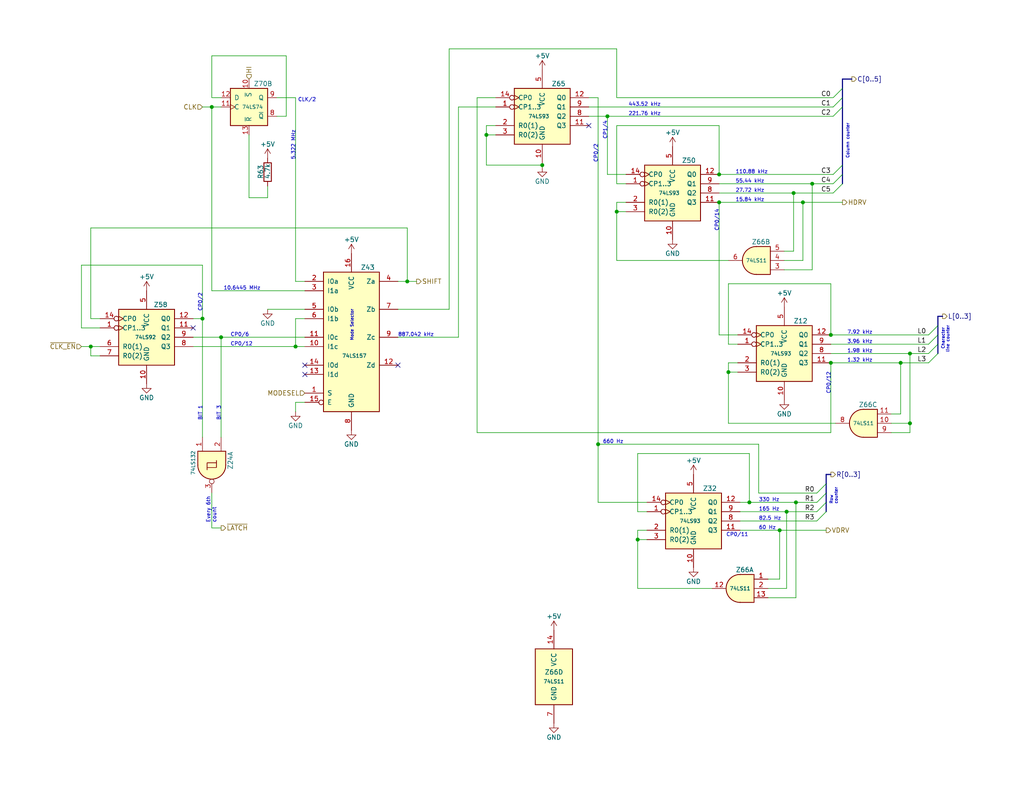
<source format=kicad_sch>
(kicad_sch (version 20231120) (generator "eeschema") (generator_version "8.0")
  (paper "USLetter")
  (title_block (title "TRS-80 Model I Rev G") (date "2024-11-29") (rev "E1C") (company "RetroStack - Marcel Erz") (comment 2 "Clock divider, video mode multiplexer, counters for columns, rows, and character lines") (comment 4 "Video Counter"))
  (lib_symbols
    (symbol "74xx:74LS11" (pin_names (offset 1.016))
      (property "Reference" "U" (at 0 1.27 0))
      (property "Value" "74LS11" (at 0 -1.27 0))
      (symbol "74LS11_1_1"
        (arc (start 0 -3.81) (mid 3.7934 0) (end 0 3.81) (stroke (width 0.254)) (fill (type background)))
        (polyline (pts (xy 0 3.81) (xy -3.81 3.81) (xy -3.81 -3.81) (xy 0 -3.81)) (stroke (width 0.254)) (fill (type background)))
        (pin input line (at -7.62 2.54 0) (length 3.81) (name "~") (number "1"))
        (pin output line (at 7.62 0 180) (length 3.81) (name "~") (number "12"))
        (pin input line (at -7.62 -2.54 0) (length 3.81) (name "~") (number "13"))
        (pin input line (at -7.62 0 0) (length 3.81) (name "~") (number "2"))
      )
      (symbol "74LS11_1_2"
        (arc (start -3.81 -3.81) (mid -2.589 0) (end -3.81 3.81) (stroke (width 0.254)))
        (arc (start -0.6096 -3.81) (mid 2.1842 -2.5851) (end 3.81 0) (stroke (width 0.254)) (fill (type background)))
        (polyline (pts (xy -3.81 -3.81) (xy -0.635 -3.81)) (stroke (width 0.254)) (fill (type background)))
        (polyline (pts (xy -3.81 3.81) (xy -0.635 3.81)) (stroke (width 0.254)) (fill (type background)))
        (polyline (pts (xy -0.635 3.81) (xy -3.81 3.81) (xy -3.81 3.81) (xy -3.556 3.4036) (xy -3.0226 2.2606) (xy -2.6924 1.0414) (xy -2.6162 -0.254) (xy -2.7686 -1.4986) (xy -3.175 -2.7178) (xy -3.81 -3.81) (xy -3.81 -3.81) (xy -0.635 -3.81)) (stroke (width -25.4)) (fill (type background)))
        (arc (start 3.81 0) (mid 2.1915 2.5936) (end -0.6096 3.81) (stroke (width 0.254)) (fill (type background)))
        (pin input inverted (at -7.62 2.54 0) (length 4.318) (name "~") (number "1"))
        (pin output inverted (at 7.62 0 180) (length 3.81) (name "~") (number "12"))
        (pin input inverted (at -7.62 -2.54 0) (length 4.318) (name "~") (number "13"))
        (pin input inverted (at -7.62 0 0) (length 4.953) (name "~") (number "2"))
      )
      (symbol "74LS11_2_1"
        (arc (start 0 -3.81) (mid 3.7934 0) (end 0 3.81) (stroke (width 0.254)) (fill (type background)))
        (polyline (pts (xy 0 3.81) (xy -3.81 3.81) (xy -3.81 -3.81) (xy 0 -3.81)) (stroke (width 0.254)) (fill (type background)))
        (pin input line (at -7.62 2.54 0) (length 3.81) (name "~") (number "3"))
        (pin input line (at -7.62 0 0) (length 3.81) (name "~") (number "4"))
        (pin input line (at -7.62 -2.54 0) (length 3.81) (name "~") (number "5"))
        (pin output line (at 7.62 0 180) (length 3.81) (name "~") (number "6"))
      )
      (symbol "74LS11_2_2"
        (arc (start -3.81 -3.81) (mid -2.589 0) (end -3.81 3.81) (stroke (width 0.254)))
        (arc (start -0.6096 -3.81) (mid 2.1842 -2.5851) (end 3.81 0) (stroke (width 0.254)) (fill (type background)))
        (polyline (pts (xy -3.81 -3.81) (xy -0.635 -3.81)) (stroke (width 0.254)) (fill (type background)))
        (polyline (pts (xy -3.81 3.81) (xy -0.635 3.81)) (stroke (width 0.254)) (fill (type background)))
        (polyline (pts (xy -0.635 3.81) (xy -3.81 3.81) (xy -3.81 3.81) (xy -3.556 3.4036) (xy -3.0226 2.2606) (xy -2.6924 1.0414) (xy -2.6162 -0.254) (xy -2.7686 -1.4986) (xy -3.175 -2.7178) (xy -3.81 -3.81) (xy -3.81 -3.81) (xy -0.635 -3.81)) (stroke (width -25.4)) (fill (type background)))
        (arc (start 3.81 0) (mid 2.1915 2.5936) (end -0.6096 3.81) (stroke (width 0.254)) (fill (type background)))
        (pin input inverted (at -7.62 2.54 0) (length 4.318) (name "~") (number "3"))
        (pin input inverted (at -7.62 0 0) (length 4.953) (name "~") (number "4"))
        (pin input inverted (at -7.62 -2.54 0) (length 4.318) (name "~") (number "5"))
        (pin output inverted (at 7.62 0 180) (length 3.81) (name "~") (number "6"))
      )
      (symbol "74LS11_3_1"
        (arc (start 0 -3.81) (mid 3.7934 0) (end 0 3.81) (stroke (width 0.254)) (fill (type background)))
        (polyline (pts (xy 0 3.81) (xy -3.81 3.81) (xy -3.81 -3.81) (xy 0 -3.81)) (stroke (width 0.254)) (fill (type background)))
        (pin input line (at -7.62 0 0) (length 3.81) (name "~") (number "10"))
        (pin input line (at -7.62 -2.54 0) (length 3.81) (name "~") (number "11"))
        (pin output line (at 7.62 0 180) (length 3.81) (name "~") (number "8"))
        (pin input line (at -7.62 2.54 0) (length 3.81) (name "~") (number "9"))
      )
      (symbol "74LS11_3_2"
        (arc (start -3.81 -3.81) (mid -2.589 0) (end -3.81 3.81) (stroke (width 0.254)))
        (arc (start -0.6096 -3.81) (mid 2.1842 -2.5851) (end 3.81 0) (stroke (width 0.254)) (fill (type background)))
        (polyline (pts (xy -3.81 -3.81) (xy -0.635 -3.81)) (stroke (width 0.254)) (fill (type background)))
        (polyline (pts (xy -3.81 3.81) (xy -0.635 3.81)) (stroke (width 0.254)) (fill (type background)))
        (polyline (pts (xy -0.635 3.81) (xy -3.81 3.81) (xy -3.81 3.81) (xy -3.556 3.4036) (xy -3.0226 2.2606) (xy -2.6924 1.0414) (xy -2.6162 -0.254) (xy -2.7686 -1.4986) (xy -3.175 -2.7178) (xy -3.81 -3.81) (xy -3.81 -3.81) (xy -0.635 -3.81)) (stroke (width -25.4)) (fill (type background)))
        (arc (start 3.81 0) (mid 2.1915 2.5936) (end -0.6096 3.81) (stroke (width 0.254)) (fill (type background)))
        (pin input inverted (at -7.62 0 0) (length 4.953) (name "~") (number "10"))
        (pin input inverted (at -7.62 -2.54 0) (length 4.318) (name "~") (number "11"))
        (pin output inverted (at 7.62 0 180) (length 3.81) (name "~") (number "8"))
        (pin input inverted (at -7.62 2.54 0) (length 4.318) (name "~") (number "9"))
      )
      (symbol "74LS11_4_0"
        (pin power_in line (at 0 12.7 270) (length 5.08) (name "VCC") (number "14"))
        (pin power_in line (at 0 -12.7 90) (length 5.08) (name "GND") (number "7"))
      )
      (symbol "74LS11_4_1"
        (rectangle (start -5.08 7.62) (end 5.08 -7.62) (stroke (width 0.254)) (fill (type background)))
      )
    )
    (symbol "74xx:74LS132" (pin_names (offset 1.016))
      (property "Reference" "U" (at 0 1.27 0))
      (property "Value" "74LS132" (at 0 -1.27 0))
      (symbol "74LS132_1_0"
        (polyline (pts (xy -0.635 -1.27) (xy -0.635 1.27) (xy 0.635 1.27)))
        (polyline (pts (xy -0.635 -1.27) (xy -0.635 1.27) (xy 0.635 1.27)))
        (polyline (pts (xy -1.27 -1.27) (xy 0.635 -1.27) (xy 0.635 1.27) (xy 1.27 1.27)))
        (polyline (pts (xy -1.27 -1.27) (xy 0.635 -1.27) (xy 0.635 1.27) (xy 1.27 1.27)))
      )
      (symbol "74LS132_1_1"
        (arc (start 0 -3.81) (mid 3.7934 0) (end 0 3.81) (stroke (width 0.254)) (fill (type background)))
        (polyline (pts (xy 0 3.81) (xy -3.81 3.81) (xy -3.81 -3.81) (xy 0 -3.81)) (stroke (width 0.254)) (fill (type background)))
        (pin input line (at -7.62 2.54 0) (length 3.81) (name "~") (number "1"))
        (pin input line (at -7.62 -2.54 0) (length 3.81) (name "~") (number "2"))
        (pin output inverted (at 7.62 0 180) (length 3.81) (name "~") (number "3"))
      )
      (symbol "74LS132_1_2"
        (arc (start -3.81 -3.81) (mid -2.589 0) (end -3.81 3.81) (stroke (width 0.254)))
        (arc (start -0.6096 -3.81) (mid 2.1842 -2.5851) (end 3.81 0) (stroke (width 0.254)) (fill (type background)))
        (polyline (pts (xy -3.81 -3.81) (xy -0.635 -3.81)) (stroke (width 0.254)) (fill (type background)))
        (polyline (pts (xy -3.81 3.81) (xy -0.635 3.81)) (stroke (width 0.254)) (fill (type background)))
        (polyline (pts (xy -0.635 3.81) (xy -3.81 3.81) (xy -3.81 3.81) (xy -3.556 3.4036) (xy -3.0226 2.2606) (xy -2.6924 1.0414) (xy -2.6162 -0.254) (xy -2.7686 -1.4986) (xy -3.175 -2.7178) (xy -3.81 -3.81) (xy -3.81 -3.81) (xy -0.635 -3.81)) (stroke (width -25.4)) (fill (type background)))
        (arc (start 3.81 0) (mid 2.1915 2.5936) (end -0.6096 3.81) (stroke (width 0.254)) (fill (type background)))
        (pin input inverted (at -7.62 2.54 0) (length 4.318) (name "~") (number "1"))
        (pin input inverted (at -7.62 -2.54 0) (length 4.318) (name "~") (number "2"))
        (pin output line (at 7.62 0 180) (length 3.81) (name "~") (number "3"))
      )
      (symbol "74LS132_2_0"
        (polyline (pts (xy -0.635 -1.27) (xy -0.635 1.27) (xy 0.635 1.27)))
        (polyline (pts (xy -0.635 -1.27) (xy -0.635 1.27) (xy 0.635 1.27)))
        (polyline (pts (xy -1.27 -1.27) (xy 0.635 -1.27) (xy 0.635 1.27) (xy 1.27 1.27)))
        (polyline (pts (xy -1.27 -1.27) (xy 0.635 -1.27) (xy 0.635 1.27) (xy 1.27 1.27)))
      )
      (symbol "74LS132_2_1"
        (arc (start 0 -3.81) (mid 3.7934 0) (end 0 3.81) (stroke (width 0.254)) (fill (type background)))
        (polyline (pts (xy 0 3.81) (xy -3.81 3.81) (xy -3.81 -3.81) (xy 0 -3.81)) (stroke (width 0.254)) (fill (type background)))
        (pin input line (at -7.62 2.54 0) (length 3.81) (name "~") (number "4"))
        (pin input line (at -7.62 -2.54 0) (length 3.81) (name "~") (number "5"))
        (pin output inverted (at 7.62 0 180) (length 3.81) (name "~") (number "6"))
      )
      (symbol "74LS132_2_2"
        (arc (start -3.81 -3.81) (mid -2.589 0) (end -3.81 3.81) (stroke (width 0.254)))
        (arc (start -0.6096 -3.81) (mid 2.1842 -2.5851) (end 3.81 0) (stroke (width 0.254)) (fill (type background)))
        (polyline (pts (xy -3.81 -3.81) (xy -0.635 -3.81)) (stroke (width 0.254)) (fill (type background)))
        (polyline (pts (xy -3.81 3.81) (xy -0.635 3.81)) (stroke (width 0.254)) (fill (type background)))
        (polyline (pts (xy -0.635 3.81) (xy -3.81 3.81) (xy -3.81 3.81) (xy -3.556 3.4036) (xy -3.0226 2.2606) (xy -2.6924 1.0414) (xy -2.6162 -0.254) (xy -2.7686 -1.4986) (xy -3.175 -2.7178) (xy -3.81 -3.81) (xy -3.81 -3.81) (xy -0.635 -3.81)) (stroke (width -25.4)) (fill (type background)))
        (arc (start 3.81 0) (mid 2.1915 2.5936) (end -0.6096 3.81) (stroke (width 0.254)) (fill (type background)))
        (pin input inverted (at -7.62 2.54 0) (length 4.318) (name "~") (number "4"))
        (pin input inverted (at -7.62 -2.54 0) (length 4.318) (name "~") (number "5"))
        (pin output line (at 7.62 0 180) (length 3.81) (name "~") (number "6"))
      )
      (symbol "74LS132_3_0"
        (polyline (pts (xy -0.635 -1.27) (xy -0.635 1.27) (xy 0.635 1.27)))
        (polyline (pts (xy -0.635 -1.27) (xy -0.635 1.27) (xy 0.635 1.27)))
        (polyline (pts (xy -1.27 -1.27) (xy 0.635 -1.27) (xy 0.635 1.27) (xy 1.27 1.27)))
        (polyline (pts (xy -1.27 -1.27) (xy 0.635 -1.27) (xy 0.635 1.27) (xy 1.27 1.27)))
      )
      (symbol "74LS132_3_1"
        (arc (start 0 -3.81) (mid 3.7934 0) (end 0 3.81) (stroke (width 0.254)) (fill (type background)))
        (polyline (pts (xy 0 3.81) (xy -3.81 3.81) (xy -3.81 -3.81) (xy 0 -3.81)) (stroke (width 0.254)) (fill (type background)))
        (pin input line (at -7.62 -2.54 0) (length 3.81) (name "~") (number "10"))
        (pin output inverted (at 7.62 0 180) (length 3.81) (name "~") (number "8"))
        (pin input line (at -7.62 2.54 0) (length 3.81) (name "~") (number "9"))
      )
      (symbol "74LS132_3_2"
        (arc (start -3.81 -3.81) (mid -2.589 0) (end -3.81 3.81) (stroke (width 0.254)))
        (arc (start -0.6096 -3.81) (mid 2.1842 -2.5851) (end 3.81 0) (stroke (width 0.254)) (fill (type background)))
        (polyline (pts (xy -3.81 -3.81) (xy -0.635 -3.81)) (stroke (width 0.254)) (fill (type background)))
        (polyline (pts (xy -3.81 3.81) (xy -0.635 3.81)) (stroke (width 0.254)) (fill (type background)))
        (polyline (pts (xy -0.635 3.81) (xy -3.81 3.81) (xy -3.81 3.81) (xy -3.556 3.4036) (xy -3.0226 2.2606) (xy -2.6924 1.0414) (xy -2.6162 -0.254) (xy -2.7686 -1.4986) (xy -3.175 -2.7178) (xy -3.81 -3.81) (xy -3.81 -3.81) (xy -0.635 -3.81)) (stroke (width -25.4)) (fill (type background)))
        (arc (start 3.81 0) (mid 2.1915 2.5936) (end -0.6096 3.81) (stroke (width 0.254)) (fill (type background)))
        (pin input inverted (at -7.62 -2.54 0) (length 4.318) (name "~") (number "10"))
        (pin output line (at 7.62 0 180) (length 3.81) (name "~") (number "8"))
        (pin input inverted (at -7.62 2.54 0) (length 4.318) (name "~") (number "9"))
      )
      (symbol "74LS132_4_0"
        (polyline (pts (xy -0.635 -1.27) (xy -0.635 1.27) (xy 0.635 1.27)))
        (polyline (pts (xy -0.635 -1.27) (xy -0.635 1.27) (xy 0.635 1.27)))
        (polyline (pts (xy -1.27 -1.27) (xy 0.635 -1.27) (xy 0.635 1.27) (xy 1.27 1.27)))
        (polyline (pts (xy -1.27 -1.27) (xy 0.635 -1.27) (xy 0.635 1.27) (xy 1.27 1.27)))
      )
      (symbol "74LS132_4_1"
        (arc (start 0 -3.81) (mid 3.7934 0) (end 0 3.81) (stroke (width 0.254)) (fill (type background)))
        (polyline (pts (xy 0 3.81) (xy -3.81 3.81) (xy -3.81 -3.81) (xy 0 -3.81)) (stroke (width 0.254)) (fill (type background)))
        (pin output inverted (at 7.62 0 180) (length 3.81) (name "~") (number "11"))
        (pin input line (at -7.62 2.54 0) (length 3.81) (name "~") (number "12"))
        (pin input line (at -7.62 -2.54 0) (length 3.81) (name "~") (number "13"))
      )
      (symbol "74LS132_4_2"
        (arc (start -3.81 -3.81) (mid -2.589 0) (end -3.81 3.81) (stroke (width 0.254)))
        (arc (start -0.6096 -3.81) (mid 2.1842 -2.5851) (end 3.81 0) (stroke (width 0.254)) (fill (type background)))
        (polyline (pts (xy -3.81 -3.81) (xy -0.635 -3.81)) (stroke (width 0.254)) (fill (type background)))
        (polyline (pts (xy -3.81 3.81) (xy -0.635 3.81)) (stroke (width 0.254)) (fill (type background)))
        (polyline (pts (xy -0.635 3.81) (xy -3.81 3.81) (xy -3.81 3.81) (xy -3.556 3.4036) (xy -3.0226 2.2606) (xy -2.6924 1.0414) (xy -2.6162 -0.254) (xy -2.7686 -1.4986) (xy -3.175 -2.7178) (xy -3.81 -3.81) (xy -3.81 -3.81) (xy -0.635 -3.81)) (stroke (width -25.4)) (fill (type background)))
        (arc (start 3.81 0) (mid 2.1915 2.5936) (end -0.6096 3.81) (stroke (width 0.254)) (fill (type background)))
        (pin output line (at 7.62 0 180) (length 3.81) (name "~") (number "11"))
        (pin input inverted (at -7.62 2.54 0) (length 4.318) (name "~") (number "12"))
        (pin input inverted (at -7.62 -2.54 0) (length 4.318) (name "~") (number "13"))
      )
      (symbol "74LS132_5_0"
        (pin power_in line (at 0 12.7 270) (length 5.08) (name "VCC") (number "14"))
        (pin power_in line (at 0 -12.7 90) (length 5.08) (name "GND") (number "7"))
      )
      (symbol "74LS132_5_1"
        (rectangle (start -5.08 7.62) (end 5.08 -7.62) (stroke (width 0.254)) (fill (type background)))
      )
    )
    (symbol "74xx:74LS157" (pin_names (offset 1.016))
      (property "Reference" "U" (at -7.62 19.05 0))
      (property "Value" "74LS157" (at -7.62 -21.59 0))
      (symbol "74LS157_1_0"
        (pin input line (at -12.7 -15.24 0) (length 5.08) (name "S") (number "1"))
        (pin input line (at -12.7 -2.54 0) (length 5.08) (name "I1c") (number "10"))
        (pin input line (at -12.7 0 0) (length 5.08) (name "I0c") (number "11"))
        (pin output line (at 12.7 -7.62 180) (length 5.08) (name "Zd") (number "12"))
        (pin input line (at -12.7 -10.16 0) (length 5.08) (name "I1d") (number "13"))
        (pin input line (at -12.7 -7.62 0) (length 5.08) (name "I0d") (number "14"))
        (pin input inverted (at -12.7 -17.78 0) (length 5.08) (name "E") (number "15"))
        (pin power_in line (at 0 22.86 270) (length 5.08) (name "VCC") (number "16"))
        (pin input line (at -12.7 15.24 0) (length 5.08) (name "I0a") (number "2"))
        (pin input line (at -12.7 12.7 0) (length 5.08) (name "I1a") (number "3"))
        (pin output line (at 12.7 15.24 180) (length 5.08) (name "Za") (number "4"))
        (pin input line (at -12.7 7.62 0) (length 5.08) (name "I0b") (number "5"))
        (pin input line (at -12.7 5.08 0) (length 5.08) (name "I1b") (number "6"))
        (pin output line (at 12.7 7.62 180) (length 5.08) (name "Zb") (number "7"))
        (pin power_in line (at 0 -25.4 90) (length 5.08) (name "GND") (number "8"))
        (pin output line (at 12.7 0 180) (length 5.08) (name "Zc") (number "9"))
      )
      (symbol "74LS157_1_1"
        (rectangle (start -7.62 17.78) (end 7.62 -20.32) (stroke (width 0.254)) (fill (type background)))
      )
    )
    (symbol "74xx:74LS74" (pin_names (offset 1.016))
      (property "Reference" "U" (at -7.62 8.89 0))
      (property "Value" "74LS74" (at -7.62 -8.89 0))
      (symbol "74LS74_1_0"
        (pin input line (at 0 -7.62 90) (length 2.54) (name "~{R}") (number "1"))
        (pin input line (at -7.62 2.54 0) (length 2.54) (name "D") (number "2"))
        (pin input clock (at -7.62 0 0) (length 2.54) (name "C") (number "3"))
        (pin input line (at 0 7.62 270) (length 2.54) (name "~{S}") (number "4"))
        (pin output line (at 7.62 2.54 180) (length 2.54) (name "Q") (number "5"))
        (pin output line (at 7.62 -2.54 180) (length 2.54) (name "~{Q}") (number "6"))
      )
      (symbol "74LS74_1_1"
        (rectangle (start -5.08 5.08) (end 5.08 -5.08) (stroke (width 0.254)) (fill (type background)))
      )
      (symbol "74LS74_2_0"
        (pin input line (at 0 7.62 270) (length 2.54) (name "~{S}") (number "10"))
        (pin input clock (at -7.62 0 0) (length 2.54) (name "C") (number "11"))
        (pin input line (at -7.62 2.54 0) (length 2.54) (name "D") (number "12"))
        (pin input line (at 0 -7.62 90) (length 2.54) (name "~{R}") (number "13"))
        (pin output line (at 7.62 -2.54 180) (length 2.54) (name "~{Q}") (number "8"))
        (pin output line (at 7.62 2.54 180) (length 2.54) (name "Q") (number "9"))
      )
      (symbol "74LS74_2_1"
        (rectangle (start -5.08 5.08) (end 5.08 -5.08) (stroke (width 0.254)) (fill (type background)))
      )
      (symbol "74LS74_3_0"
        (pin power_in line (at 0 10.16 270) (length 2.54) (name "VCC") (number "14"))
        (pin power_in line (at 0 -10.16 90) (length 2.54) (name "GND") (number "7"))
      )
      (symbol "74LS74_3_1"
        (rectangle (start -5.08 7.62) (end 5.08 -7.62) (stroke (width 0.254)) (fill (type background)))
      )
    )
    (symbol "74xx:74LS92" (pin_names (offset 1.016))
      (property "Reference" "U" (at -7.62 8.89 0))
      (property "Value" "74LS92" (at -7.62 -8.89 0))
      (symbol "74LS92_1_0"
        (pin input inverted_clock (at -12.7 2.54 0) (length 5.08) (name "CP1..3") (number "1"))
        (pin power_in line (at 0 -12.7 90) (length 5.08) (name "GND") (number "10"))
        (pin output line (at 12.7 2.54 180) (length 5.08) (name "Q1") (number "11"))
        (pin output line (at 12.7 5.08 180) (length 5.08) (name "Q0") (number "12"))
        (pin input inverted_clock (at -12.7 5.08 0) (length 5.08) (name "CP0") (number "14"))
        (pin power_in line (at 0 12.7 270) (length 5.08) (name "VCC") (number "5"))
        (pin input line (at -12.7 -2.54 0) (length 5.08) (name "R0(1)") (number "6"))
        (pin input line (at -12.7 -5.08 0) (length 5.08) (name "R0(2)") (number "7"))
        (pin output line (at 12.7 -2.54 180) (length 5.08) (name "Q3") (number "8"))
        (pin output line (at 12.7 0 180) (length 5.08) (name "Q2") (number "9"))
      )
      (symbol "74LS92_1_1"
        (rectangle (start -7.62 7.62) (end 7.62 -7.62) (stroke (width 0.254)) (fill (type background)))
      )
    )
    (symbol "74xx:74LS93" (pin_names (offset 1.016))
      (property "Reference" "U" (at -7.62 8.89 0))
      (property "Value" "74LS93" (at -7.62 -8.89 0))
      (symbol "74LS93_1_0"
        (pin input inverted_clock (at -12.7 2.54 0) (length 5.08) (name "CP1..3") (number "1"))
        (pin power_in line (at 0 -12.7 90) (length 5.08) (name "GND") (number "10"))
        (pin output line (at 12.7 -2.54 180) (length 5.08) (name "Q3") (number "11"))
        (pin output line (at 12.7 5.08 180) (length 5.08) (name "Q0") (number "12"))
        (pin input inverted_clock (at -12.7 5.08 0) (length 5.08) (name "CP0") (number "14"))
        (pin input line (at -12.7 -2.54 0) (length 5.08) (name "R0(1)") (number "2"))
        (pin input line (at -12.7 -5.08 0) (length 5.08) (name "R0(2)") (number "3"))
        (pin power_in line (at 0 12.7 270) (length 5.08) (name "VCC") (number "5"))
        (pin output line (at 12.7 0 180) (length 5.08) (name "Q2") (number "8"))
        (pin output line (at 12.7 2.54 180) (length 5.08) (name "Q1") (number "9"))
      )
      (symbol "74LS93_1_1"
        (rectangle (start -7.62 7.62) (end 7.62 -7.62) (stroke (width 0.254)) (fill (type background)))
      )
    )
    (symbol "Device:R" (pin_numbers hide) (pin_names (offset 0))
      (property "Reference" "R" (at 2.032 0 90))
      (property "Value" "R" (at 0 0 90))
      (symbol "R_0_1"
        (rectangle (start -1.016 -2.54) (end 1.016 2.54) (stroke (width 0.254)))
      )
      (symbol "R_1_1"
        (pin passive line (at 0 3.81 270) (length 1.27) (name "~") (number "1"))
        (pin passive line (at 0 -3.81 90) (length 1.27) (name "~") (number "2"))
      )
    )
    (symbol "power:+5V" (power) (pin_names (offset 0))
      (property "Value" "+5V" (at 0 3.556 0))
      (symbol "+5V_0_1"
        (polyline (pts (xy -0.762 1.27) (xy 0 2.54)))
        (polyline (pts (xy 0 0) (xy 0 2.54)))
        (polyline (pts (xy 0 2.54) (xy 0.762 1.27)))
      )
      (symbol "+5V_1_1"
        (pin power_in line (at 0 0 90) (length 0) hide (name "+5V") (number "1"))
      )
    )
    (symbol "power:GND" (power) (pin_names (offset 0))
      (property "Value" "GND" (at 0 -3.81 0))
      (symbol "GND_0_1"
        (polyline (pts (xy 0 0) (xy 0 -1.27) (xy 1.27 -1.27) (xy 0 -2.54) (xy -1.27 -1.27) (xy 0 -1.27)))
      )
      (symbol "GND_1_1"
        (pin power_in line (at 0 0 270) (length 0) hide (name "GND") (number "1"))
      )
    )
  )
  (junction (at 196.215 55.245))
  (junction (at 212.725 144.78))
  (junction (at 219.075 55.245))
  (junction (at 60.325 92.075))
  (junction (at 198.755 101.6))
  (junction (at 132.715 36.83))
  (junction (at 226.695 99.06))
  (junction (at 248.285 115.57))
  (junction (at 80.645 94.615))
  (junction (at 221.615 50.165))
  (junction (at 24.765 94.615))
  (junction (at 214.63 139.7))
  (junction (at 168.275 57.785))
  (junction (at 216.535 52.705))
  (junction (at 147.955 45.085))
  (junction (at 245.745 99.06))
  (junction (at 217.17 137.16))
  (junction (at 55.245 86.995))
  (junction (at 165.735 31.75))
  (junction (at 57.785 29.21))
  (junction (at 248.285 96.52))
  (junction (at 173.99 147.32))
  (junction (at 204.47 137.16))
  (junction (at 226.695 91.44))
  (junction (at 163.195 121.285))
  (junction (at 111.125 76.835))
  (junction (at 196.215 47.625))
  (no_connect (at 160.655 34.29))
  (no_connect (at 83.185 99.695))
  (no_connect (at 52.705 89.535))
  (no_connect (at 108.585 99.695))
  (no_connect (at 83.185 102.235))
  (bus_entry (at 227.33 29.21) (size 2.54 -2.54))
  (bus_entry (at 253.365 93.98) (size 2.54 -2.54))
  (bus_entry (at 227.33 52.705) (size 2.54 -2.54))
  (bus_entry (at 227.33 50.165) (size 2.54 -2.54))
  (bus_entry (at 222.885 142.24) (size 2.54 -2.54))
  (bus_entry (at 227.33 47.625) (size 2.54 -2.54))
  (bus_entry (at 227.33 31.75) (size 2.54 -2.54))
  (bus_entry (at 253.365 91.44) (size 2.54 -2.54))
  (bus_entry (at 222.885 137.16) (size 2.54 -2.54))
  (bus_entry (at 253.365 99.06) (size 2.54 -2.54))
  (bus_entry (at 227.33 26.67) (size 2.54 -2.54))
  (bus_entry (at 253.365 96.52) (size 2.54 -2.54))
  (bus_entry (at 222.885 139.7) (size 2.54 -2.54))
  (bus_entry (at 222.885 134.62) (size 2.54 -2.54))
  (bus (pts (xy 229.87 29.21) (xy 229.87 26.67)))
  (wire (pts (xy 52.705 92.075) (xy 60.325 92.075)))
  (bus (pts (xy 225.425 139.7) (xy 225.425 137.16)))
  (wire (pts (xy 243.205 115.57) (xy 248.285 115.57)))
  (wire (pts (xy 55.245 86.995) (xy 55.245 119.38)))
  (wire (pts (xy 204.47 123.825) (xy 204.47 137.16)))
  (wire (pts (xy 83.185 79.375) (xy 57.785 79.375)))
  (bus (pts (xy 255.905 86.36) (xy 257.175 86.36)))
  (wire (pts (xy 57.785 134.62) (xy 57.785 144.145)))
  (wire (pts (xy 196.215 52.705) (xy 216.535 52.705)))
  (wire (pts (xy 111.125 76.835) (xy 113.665 76.835)))
  (wire (pts (xy 194.31 160.655) (xy 173.99 160.655)))
  (wire (pts (xy 201.93 142.24) (xy 222.885 142.24)))
  (wire (pts (xy 80.645 76.835) (xy 83.185 76.835)))
  (wire (pts (xy 173.99 139.7) (xy 173.99 123.825)))
  (wire (pts (xy 196.215 55.245) (xy 219.075 55.245)))
  (wire (pts (xy 198.755 101.6) (xy 201.295 101.6)))
  (wire (pts (xy 80.645 94.615) (xy 80.645 86.995)))
  (wire (pts (xy 248.285 118.11) (xy 248.285 115.57)))
  (wire (pts (xy 83.185 84.455) (xy 73.025 84.455)))
  (wire (pts (xy 168.275 34.29) (xy 196.215 34.29)))
  (wire (pts (xy 111.125 76.835) (xy 111.125 62.23)))
  (wire (pts (xy 160.655 31.75) (xy 165.735 31.75)))
  (wire (pts (xy 160.655 26.67) (xy 163.195 26.67)))
  (wire (pts (xy 80.645 94.615) (xy 83.185 94.615)))
  (wire (pts (xy 216.535 52.705) (xy 216.535 68.58)))
  (wire (pts (xy 196.215 34.29) (xy 196.215 47.625)))
  (wire (pts (xy 55.245 72.39) (xy 55.245 86.995)))
  (wire (pts (xy 57.785 79.375) (xy 57.785 29.21)))
  (wire (pts (xy 80.645 112.395) (xy 80.645 109.855)))
  (bus (pts (xy 229.87 50.165) (xy 229.87 47.625)))
  (wire (pts (xy 219.075 55.245) (xy 229.87 55.245)))
  (bus (pts (xy 229.87 47.625) (xy 229.87 45.085)))
  (wire (pts (xy 147.955 45.085) (xy 147.955 44.45)))
  (bus (pts (xy 255.905 96.52) (xy 255.905 93.98)))
  (wire (pts (xy 60.325 92.075) (xy 60.325 119.38)))
  (wire (pts (xy 80.645 86.995) (xy 83.185 86.995)))
  (wire (pts (xy 57.785 29.21) (xy 60.325 29.21)))
  (wire (pts (xy 125.095 92.075) (xy 125.095 29.21)))
  (wire (pts (xy 222.885 134.62) (xy 207.01 134.62)))
  (wire (pts (xy 122.555 13.335) (xy 168.275 13.335)))
  (wire (pts (xy 130.175 118.11) (xy 130.175 26.67)))
  (wire (pts (xy 24.765 97.155) (xy 27.305 97.155)))
  (wire (pts (xy 248.285 96.52) (xy 253.365 96.52)))
  (wire (pts (xy 196.215 47.625) (xy 227.33 47.625)))
  (wire (pts (xy 245.745 113.03) (xy 245.745 99.06)))
  (wire (pts (xy 226.695 77.47) (xy 226.695 91.44)))
  (wire (pts (xy 108.585 76.835) (xy 111.125 76.835)))
  (wire (pts (xy 73.025 53.975) (xy 67.945 53.975)))
  (wire (pts (xy 57.785 26.67) (xy 57.785 15.24)))
  (wire (pts (xy 221.615 73.66) (xy 221.615 50.165)))
  (wire (pts (xy 168.275 57.785) (xy 170.815 57.785)))
  (wire (pts (xy 147.955 45.72) (xy 147.955 45.085)))
  (wire (pts (xy 108.585 92.075) (xy 125.095 92.075)))
  (wire (pts (xy 168.275 71.12) (xy 168.275 57.785)))
  (wire (pts (xy 173.99 144.78) (xy 176.53 144.78)))
  (bus (pts (xy 229.87 26.67) (xy 229.87 24.13)))
  (wire (pts (xy 170.815 50.165) (xy 168.275 50.165)))
  (wire (pts (xy 209.55 158.115) (xy 212.725 158.115)))
  (wire (pts (xy 212.725 158.115) (xy 212.725 144.78)))
  (bus (pts (xy 229.87 21.59) (xy 232.41 21.59)))
  (wire (pts (xy 55.245 72.39) (xy 22.225 72.39)))
  (wire (pts (xy 130.175 26.67) (xy 135.255 26.67)))
  (wire (pts (xy 130.175 118.11) (xy 226.695 118.11)))
  (bus (pts (xy 255.905 91.44) (xy 255.905 88.9)))
  (bus (pts (xy 255.905 93.98) (xy 255.905 91.44)))
  (wire (pts (xy 209.55 163.195) (xy 217.17 163.195)))
  (wire (pts (xy 163.195 121.285) (xy 207.01 121.285)))
  (bus (pts (xy 225.425 129.54) (xy 226.695 129.54)))
  (wire (pts (xy 173.99 147.32) (xy 176.53 147.32)))
  (wire (pts (xy 170.815 47.625) (xy 165.735 47.625)))
  (wire (pts (xy 219.075 55.245) (xy 219.075 71.12)))
  (wire (pts (xy 132.715 36.83) (xy 132.715 45.085)))
  (wire (pts (xy 207.01 134.62) (xy 207.01 121.285)))
  (wire (pts (xy 198.755 93.98) (xy 198.755 77.47)))
  (wire (pts (xy 226.695 99.06) (xy 226.695 118.11)))
  (wire (pts (xy 227.965 115.57) (xy 198.755 115.57)))
  (wire (pts (xy 243.205 118.11) (xy 248.285 118.11)))
  (wire (pts (xy 132.715 34.29) (xy 135.255 34.29)))
  (wire (pts (xy 168.275 26.67) (xy 227.33 26.67)))
  (wire (pts (xy 168.275 55.245) (xy 170.815 55.245)))
  (wire (pts (xy 212.725 144.78) (xy 225.425 144.78)))
  (wire (pts (xy 108.585 84.455) (xy 122.555 84.455)))
  (wire (pts (xy 163.195 26.67) (xy 163.195 121.285)))
  (wire (pts (xy 217.17 137.16) (xy 222.885 137.16)))
  (wire (pts (xy 209.55 160.655) (xy 214.63 160.655)))
  (wire (pts (xy 122.555 84.455) (xy 122.555 13.335)))
  (wire (pts (xy 198.755 77.47) (xy 226.695 77.47)))
  (bus (pts (xy 225.425 134.62) (xy 225.425 132.08)))
  (wire (pts (xy 196.215 55.245) (xy 196.215 91.44)))
  (wire (pts (xy 213.995 68.58) (xy 216.535 68.58)))
  (wire (pts (xy 196.215 91.44) (xy 201.295 91.44)))
  (wire (pts (xy 243.205 113.03) (xy 245.745 113.03)))
  (wire (pts (xy 165.735 31.75) (xy 165.735 47.625)))
  (wire (pts (xy 24.765 94.615) (xy 27.305 94.615)))
  (wire (pts (xy 78.105 15.24) (xy 78.105 31.75)))
  (wire (pts (xy 168.275 13.335) (xy 168.275 26.67)))
  (wire (pts (xy 80.645 26.67) (xy 80.645 76.835)))
  (wire (pts (xy 214.63 139.7) (xy 222.885 139.7)))
  (wire (pts (xy 226.695 91.44) (xy 253.365 91.44)))
  (wire (pts (xy 163.195 121.285) (xy 163.195 137.16)))
  (wire (pts (xy 60.325 92.075) (xy 83.185 92.075)))
  (wire (pts (xy 125.095 29.21) (xy 135.255 29.21)))
  (wire (pts (xy 132.715 36.83) (xy 135.255 36.83)))
  (bus (pts (xy 225.425 137.16) (xy 225.425 134.62)))
  (wire (pts (xy 196.215 50.165) (xy 221.615 50.165)))
  (wire (pts (xy 73.025 50.8) (xy 73.025 53.975)))
  (wire (pts (xy 132.715 45.085) (xy 147.955 45.085)))
  (wire (pts (xy 173.99 123.825) (xy 204.47 123.825)))
  (wire (pts (xy 213.995 73.66) (xy 221.615 73.66)))
  (wire (pts (xy 57.785 15.24) (xy 78.105 15.24)))
  (wire (pts (xy 198.755 101.6) (xy 198.755 99.06)))
  (wire (pts (xy 57.785 144.145) (xy 60.325 144.145)))
  (wire (pts (xy 201.93 139.7) (xy 214.63 139.7)))
  (bus (pts (xy 229.87 24.13) (xy 229.87 21.59)))
  (wire (pts (xy 132.715 36.83) (xy 132.715 34.29)))
  (wire (pts (xy 217.17 137.16) (xy 217.17 163.195)))
  (wire (pts (xy 201.295 93.98) (xy 198.755 93.98)))
  (wire (pts (xy 226.695 99.06) (xy 245.745 99.06)))
  (wire (pts (xy 163.195 137.16) (xy 176.53 137.16)))
  (wire (pts (xy 176.53 139.7) (xy 173.99 139.7)))
  (wire (pts (xy 22.225 94.615) (xy 24.765 94.615)))
  (wire (pts (xy 52.705 86.995) (xy 55.245 86.995)))
  (wire (pts (xy 226.695 96.52) (xy 248.285 96.52)))
  (wire (pts (xy 201.93 144.78) (xy 212.725 144.78)))
  (wire (pts (xy 221.615 50.165) (xy 227.33 50.165)))
  (wire (pts (xy 214.63 160.655) (xy 214.63 139.7)))
  (bus (pts (xy 225.425 132.08) (xy 225.425 129.54)))
  (wire (pts (xy 24.765 86.995) (xy 27.305 86.995)))
  (wire (pts (xy 160.655 29.21) (xy 227.33 29.21)))
  (wire (pts (xy 111.125 62.23) (xy 24.765 62.23)))
  (wire (pts (xy 168.275 57.785) (xy 168.275 55.245)))
  (wire (pts (xy 216.535 52.705) (xy 227.33 52.705)))
  (wire (pts (xy 213.995 71.12) (xy 219.075 71.12)))
  (wire (pts (xy 55.245 29.21) (xy 57.785 29.21)))
  (wire (pts (xy 201.93 137.16) (xy 204.47 137.16)))
  (wire (pts (xy 24.765 94.615) (xy 24.765 97.155)))
  (wire (pts (xy 198.755 71.12) (xy 168.275 71.12)))
  (wire (pts (xy 52.705 94.615) (xy 80.645 94.615)))
  (wire (pts (xy 245.745 99.06) (xy 253.365 99.06)))
  (wire (pts (xy 168.275 50.165) (xy 168.275 34.29)))
  (wire (pts (xy 173.99 147.32) (xy 173.99 144.78)))
  (wire (pts (xy 22.225 89.535) (xy 27.305 89.535)))
  (wire (pts (xy 204.47 137.16) (xy 217.17 137.16)))
  (wire (pts (xy 165.735 31.75) (xy 227.33 31.75)))
  (wire (pts (xy 173.99 160.655) (xy 173.99 147.32)))
  (wire (pts (xy 78.105 31.75) (xy 75.565 31.75)))
  (wire (pts (xy 198.755 99.06) (xy 201.295 99.06)))
  (wire (pts (xy 67.945 53.975) (xy 67.945 36.83)))
  (bus (pts (xy 229.87 45.085) (xy 229.87 29.21)))
  (wire (pts (xy 198.755 101.6) (xy 198.755 115.57)))
  (bus (pts (xy 255.905 88.9) (xy 255.905 86.36)))
  (wire (pts (xy 60.325 26.67) (xy 57.785 26.67)))
  (wire (pts (xy 22.225 72.39) (xy 22.225 89.535)))
  (wire (pts (xy 24.765 62.23) (xy 24.765 86.995)))
  (wire (pts (xy 226.695 93.98) (xy 253.365 93.98)))
  (wire (pts (xy 75.565 26.67) (xy 80.645 26.67)))
  (wire (pts (xy 248.285 96.52) (xy 248.285 115.57)))
  (wire (pts (xy 80.645 109.855) (xy 83.185 109.855)))
  (text "BIT 1" (at 55.245 114.935 90) (effects (font (size 1 1)) (justify left bottom)))
  (text "7.92 kHz" (at 231.14 91.44 0) (effects (font (size 1 1)) (justify left bottom)))
  (text "CLK/2" (at 81.28 27.94 0) (effects (font (size 1 1)) (justify left bottom)))
  (text "660 Hz" (at 164.465 121.285 0) (effects (font (size 1 1)) (justify left bottom)))
  (text "CP0/2" (at 163.195 39.37 90) (effects (font (size 1 1)) (justify right bottom)))
  (text "1.98 kHz" (at 231.14 96.52 0) (effects (font (size 1 1)) (justify left bottom)))
  (text "60 Hz" (at 207.01 144.78 0) (effects (font (size 1 1)) (justify left bottom)))
  (text "887.042 kHz" (at 108.585 92.075 0) (effects (font (size 1 1)) (justify left bottom)))
  (text "1.32 kHz" (at 231.14 99.06 0) (effects (font (size 1 1)) (justify left bottom)))
  (text "Character \nline counter" (at 259.08 88.9 90) (effects (font (size 0.8 0.8)) (justify right bottom)))
  (text "82.5 Hz" (at 207.01 142.24 0) (effects (font (size 1 1)) (justify left bottom)))
  (text "27.72 kHz" (at 200.66 52.705 0) (effects (font (size 1 1)) (justify left bottom)))
  (text "Mode Selector" (at 96.52 84.455 90) (effects (font (size 0.8 0.8)) (justify right bottom)))
  (text "CP0/11" (at 198.12 146.685 0) (effects (font (size 1 1)) (justify left bottom)))
  (text "3.96 kHz" (at 231.14 93.98 0) (effects (font (size 1 1)) (justify left bottom)))
  (text "110.88 kHz" (at 200.66 47.625 0) (effects (font (size 1 1)) (justify left bottom)))
  (text "CP1/4" (at 165.735 33.02 90) (effects (font (size 1 1)) (justify right bottom)))
  (text "CP0/2" (at 55.245 80.01 90) (effects (font (size 1 1)) (justify right bottom)))
  (text "221.76 kHz" (at 171.45 31.75 0) (effects (font (size 1 1)) (justify left bottom)))
  (text "55.44 kHz" (at 200.66 50.165 0) (effects (font (size 1 1)) (justify left bottom)))
  (text "15.84 kHz" (at 200.66 55.245 0) (effects (font (size 1 1)) (justify left bottom)))
  (text "CP0/6" (at 62.865 92.075 0) (effects (font (size 1 1)) (justify left bottom)))
  (text "CP0/12" (at 62.865 94.615 0) (effects (font (size 1 1)) (justify left bottom)))
  (text "BIT 3" (at 60.325 114.935 90) (effects (font (size 1 1)) (justify left bottom)))
  (text "330 Hz" (at 207.01 137.16 0) (effects (font (size 1 1)) (justify left bottom)))
  (text "Column counter" (at 231.775 33.655 90) (effects (font (size 0.8 0.8)) (justify right bottom)))
  (text "Row\ncounter" (at 228.6 137.795 90) (effects (font (size 0.8 0.8)) (justify left bottom)))
  (text "10.6445 MHz" (at 60.96 79.375 0) (effects (font (size 1 1)) (justify left bottom)))
  (text "CP0/12" (at 226.695 101.6 90) (effects (font (size 1 1)) (justify right bottom)))
  (text "5.322 MHz" (at 80.645 35.56 90) (effects (font (size 1 1)) (justify right bottom)))
  (text "443.52 kHz" (at 171.45 29.21 0) (effects (font (size 1 1)) (justify left bottom)))
  (text "CP0/14" (at 196.215 57.15 90) (effects (font (size 1 1)) (justify right bottom)))
  (text "165 Hz" (at 207.01 139.7 0) (effects (font (size 1 1)) (justify left bottom)))
  (text "Every 6th\ncount" (at 59.055 142.875 90) (effects (font (size 1 1)) (justify left bottom)))
  (label "R1" (at 222.25 137.16 180))
  (label "L2" (at 252.73 96.52 180))
  (label "C2" (at 226.695 31.75 180))
  (label "L1" (at 252.73 93.98 180))
  (label "C5" (at 226.695 52.705 180))
  (label "R2" (at 222.25 139.7 180))
  (label "C3" (at 226.695 47.625 180))
  (label "L3" (at 252.73 99.06 180))
  (label "R0" (at 222.25 134.62 180))
  (label "C4" (at 226.695 50.165 180))
  (label "C0" (at 226.695 26.67 180))
  (label "L0" (at 252.73 91.44 180))
  (label "R3" (at 222.25 142.24 180))
  (label "C1" (at 226.695 29.21 180))
  (hierarchical_label "SHIFT" (shape output) (at 113.665 76.835 0))
  (hierarchical_label "L[0..3]" (shape output) (at 257.175 86.36 0))
  (hierarchical_label "~{LATCH}" (shape output) (at 60.325 144.145 0))
  (hierarchical_label "R[0..3]" (shape output) (at 226.695 129.54 0))
  (hierarchical_label "HI" (shape input) (at 67.945 21.59 90))
  (hierarchical_label "~{CLK_EN}" (shape input) (at 22.225 94.615 180))
  (hierarchical_label "MODESEL" (shape input) (at 83.185 107.315 180))
  (hierarchical_label "HDRV" (shape output) (at 229.87 55.245 0))
  (hierarchical_label "C[0..5]" (shape output) (at 232.41 21.59 0))
  (hierarchical_label "VDRV" (shape output) (at 225.425 144.78 0))
  (hierarchical_label "CLK" (shape input) (at 55.245 29.21 180))
  (symbol (lib_id "74xx:74LS132") (at 57.785 127 90) (mirror x) (unit 1)
    (property "Reference" "Z24" (at 62.865 125.73 0))
    (property "Value" "74LS132" (at 52.705 126.365 0) (effects (font (size 1 1))))
    (property "Footprint" "RetroStackLibrary:TRS80_Model_I_DIP14" (effects (hide yes)))
    (property "Datasheet" "http://www.ti.com/lit/gpn/sn74LS132" (effects (hide yes)))
  )
  (symbol (lib_id "power:GND") (at 95.885 117.475 0) (unit 1)
    (property "Reference" "#PWR096" (effects (hide yes)))
    (property "Value" "GND" (at 95.885 121.285 0))
  )
  (symbol (lib_id "74xx:74LS11") (at 201.93 160.655 0) (mirror y) (unit 1)
    (property "Reference" "Z66" (at 203.2 155.575 0))
    (property "Value" "74LS11" (at 201.93 160.655 0) (effects (font (size 1 1))))
    (property "Footprint" "RetroStackLibrary:TRS80_Model_I_DIP14" (effects (hide yes)))
    (property "Datasheet" "http://www.ti.com/lit/gpn/sn74LS11" (effects (hide yes)))
  )
  (symbol (lib_id "Device:R") (at 73.025 46.99 0) (unit 1)
    (property "Reference" "R63" (at 71.12 48.895 90) (effects (justify left)))
    (property "Value" "4.7k" (at 73.025 48.895 90) (effects (justify left)))
    (property "Footprint" "RetroStackLibrary:TRS80_Model_I_R_0.25W" (effects (hide yes)))
  )
  (symbol (lib_id "power:+5V") (at 73.025 43.18 0) (unit 1)
    (property "Reference" "#PWR071" (effects (hide yes)))
    (property "Value" "+5V" (at 73.025 39.37 0))
  )
  (symbol (lib_id "power:+5V") (at 151.13 172.085 0) (unit 1)
    (property "Reference" "#PWR0113" (effects (hide yes)))
    (property "Value" "+5V" (at 151.13 168.275 0))
  )
  (symbol (lib_id "power:GND") (at 183.515 65.405 0) (unit 1)
    (property "Reference" "#PWR0121" (effects (hide yes)))
    (property "Value" "GND" (at 183.515 69.215 0))
  )
  (symbol (lib_id "power:+5V") (at 183.515 40.005 0) (unit 1)
    (property "Reference" "#PWR0115" (effects (hide yes)))
    (property "Value" "+5V" (at 183.515 36.195 0))
  )
  (symbol (lib_id "74xx:74LS11") (at 235.585 115.57 180) (unit 3)
    (property "Reference" "Z66" (at 236.855 110.49 0))
    (property "Value" "74LS11" (at 235.585 115.57 0) (effects (font (size 1 1))))
    (property "Footprint" "RetroStackLibrary:TRS80_Model_I_DIP14" (effects (hide yes)))
    (property "Datasheet" "http://www.ti.com/lit/gpn/sn74LS11" (effects (hide yes)))
  )
  (symbol (lib_id "power:+5V") (at 40.005 79.375 0) (unit 1)
    (property "Reference" "#PWR069" (effects (hide yes)))
    (property "Value" "+5V" (at 40.005 75.565 0))
  )
  (symbol (lib_id "74xx:74LS92") (at 40.005 92.075 0) (unit 1)
    (property "Reference" "Z58" (at 41.91 83.185 0) (effects (justify left)))
    (property "Value" "74LS92" (at 36.83 92.075 0) (effects (font (size 1 1)) (justify left)))
    (property "Footprint" "RetroStackLibrary:TRS80_Model_I_DIP14" (effects (hide yes)))
    (property "Datasheet" "http://www.ti.com/lit/gpn/sn74LS92" (effects (hide yes)))
  )
  (symbol (lib_id "74xx:74LS74") (at 67.945 29.21 0) (unit 2)
    (property "Reference" "Z70" (at 69.215 22.86 0) (effects (justify left)))
    (property "Value" "74LS74" (at 66.04 29.21 0) (effects (font (size 1 1)) (justify left)))
    (property "Footprint" "RetroStackLibrary:TRS80_Model_I_DIP14" (effects (hide yes)))
    (property "Datasheet" "74xx/74hc_hct74.pdf" (effects (hide yes)))
  )
  (symbol (lib_id "power:GND") (at 73.025 84.455 0) (unit 1)
    (property "Reference" "#PWR093" (effects (hide yes)))
    (property "Value" "GND" (at 73.025 88.265 0))
  )
  (symbol (lib_id "power:+5V") (at 95.885 69.215 0) (unit 1)
    (property "Reference" "#PWR095" (effects (hide yes)))
    (property "Value" "+5V" (at 95.885 65.405 0))
  )
  (symbol (lib_id "power:+5V") (at 189.23 129.54 0) (unit 1)
    (property "Reference" "#PWR0122" (effects (hide yes)))
    (property "Value" "+5V" (at 189.23 125.73 0))
  )
  (symbol (lib_id "74xx:74LS93") (at 189.23 142.24 0) (unit 1)
    (property "Reference" "Z32" (at 191.77 133.35 0) (effects (justify left)))
    (property "Value" "74LS93" (at 185.42 142.24 0) (effects (font (size 1 1)) (justify left)))
    (property "Footprint" "RetroStackLibrary:TRS80_Model_I_DIP14" (effects (hide yes)))
    (property "Datasheet" "http://www.ti.com/lit/gpn/sn74LS93" (effects (hide yes)))
  )
  (symbol (lib_id "power:+5V") (at 213.995 83.82 0) (unit 1)
    (property "Reference" "#PWR0128" (effects (hide yes)))
    (property "Value" "+5V" (at 213.995 80.01 0))
  )
  (symbol (lib_id "74xx:74LS11") (at 151.13 184.785 0) (unit 4)
    (property "Reference" "Z66" (at 148.59 183.515 0) (effects (justify left)))
    (property "Value" "74LS11" (at 151.13 186.055 0) (effects (font (size 1 1))))
    (property "Footprint" "RetroStackLibrary:TRS80_Model_I_DIP14" (effects (hide yes)))
    (property "Datasheet" "http://www.ti.com/lit/gpn/sn74LS11" (effects (hide yes)))
  )
  (symbol (lib_id "74xx:74LS93") (at 183.515 52.705 0) (unit 1)
    (property "Reference" "Z50" (at 186.055 43.815 0) (effects (justify left)))
    (property "Value" "74LS93" (at 179.705 52.705 0) (effects (font (size 1 1)) (justify left)))
    (property "Footprint" "RetroStackLibrary:TRS80_Model_I_DIP14" (effects (hide yes)))
    (property "Datasheet" "http://www.ti.com/lit/gpn/sn74LS93" (effects (hide yes)))
  )
  (symbol (lib_id "power:GND") (at 147.955 45.72 0) (unit 1)
    (property "Reference" "#PWR098" (effects (hide yes)))
    (property "Value" "GND" (at 147.955 49.53 0))
  )
  (symbol (lib_id "power:GND") (at 80.645 112.395 0) (unit 1)
    (property "Reference" "#PWR094" (effects (hide yes)))
    (property "Value" "GND" (at 80.645 116.205 0))
  )
  (symbol (lib_id "power:GND") (at 213.995 109.22 0) (unit 1)
    (property "Reference" "#PWR0129" (effects (hide yes)))
    (property "Value" "GND" (at 213.995 113.03 0))
  )
  (symbol (lib_id "74xx:74LS93") (at 213.995 96.52 0) (unit 1)
    (property "Reference" "Z12" (at 216.535 87.63 0) (effects (justify left)))
    (property "Value" "74LS93" (at 210.185 96.52 0) (effects (font (size 1 1)) (justify left)))
    (property "Footprint" "RetroStackLibrary:TRS80_Model_I_DIP14" (effects (hide yes)))
    (property "Datasheet" "http://www.ti.com/lit/gpn/sn74LS93" (effects (hide yes)))
  )
  (symbol (lib_id "power:GND") (at 189.23 154.94 0) (unit 1)
    (property "Reference" "#PWR0127" (effects (hide yes)))
    (property "Value" "GND" (at 189.23 158.75 0))
  )
  (symbol (lib_id "74xx:74LS11") (at 206.375 71.12 180) (unit 2)
    (property "Reference" "Z66" (at 207.645 66.04 0))
    (property "Value" "74LS11" (at 206.375 71.12 0) (effects (font (size 1 1))))
    (property "Footprint" "RetroStackLibrary:TRS80_Model_I_DIP14" (effects (hide yes)))
    (property "Datasheet" "http://www.ti.com/lit/gpn/sn74LS11" (effects (hide yes)))
  )
  (symbol (lib_id "power:+5V") (at 147.955 19.05 0) (unit 1)
    (property "Reference" "#PWR097" (effects (hide yes)))
    (property "Value" "+5V" (at 147.955 15.24 0))
  )
  (symbol (lib_id "power:GND") (at 40.005 104.775 0) (unit 1)
    (property "Reference" "#PWR070" (effects (hide yes)))
    (property "Value" "GND" (at 40.005 108.585 0))
  )
  (symbol (lib_id "74xx:74LS157") (at 95.885 92.075 0) (unit 1)
    (property "Reference" "Z43" (at 98.425 73.025 0) (effects (justify left)))
    (property "Value" "74LS157" (at 93.345 97.155 0) (effects (font (size 1 1)) (justify left)))
    (property "Footprint" "RetroStackLibrary:TRS80_Model_I_DIP16" (effects (hide yes)))
    (property "Datasheet" "http://www.ti.com/lit/gpn/sn74LS157" (effects (hide yes)))
  )
  (symbol (lib_id "74xx:74LS93") (at 147.955 31.75 0) (unit 1)
    (property "Reference" "Z65" (at 150.495 22.86 0) (effects (justify left)))
    (property "Value" "74LS93" (at 144.145 31.75 0) (effects (font (size 1 1)) (justify left)))
    (property "Footprint" "RetroStackLibrary:TRS80_Model_I_DIP14" (effects (hide yes)))
    (property "Datasheet" "http://www.ti.com/lit/gpn/sn74LS93" (effects (hide yes)))
  )
  (symbol (lib_id "power:GND") (at 151.13 197.485 0) (unit 1)
    (property "Reference" "#PWR0114" (effects (hide yes)))
    (property "Value" "GND" (at 151.13 201.295 0))
  )
)
</source>
